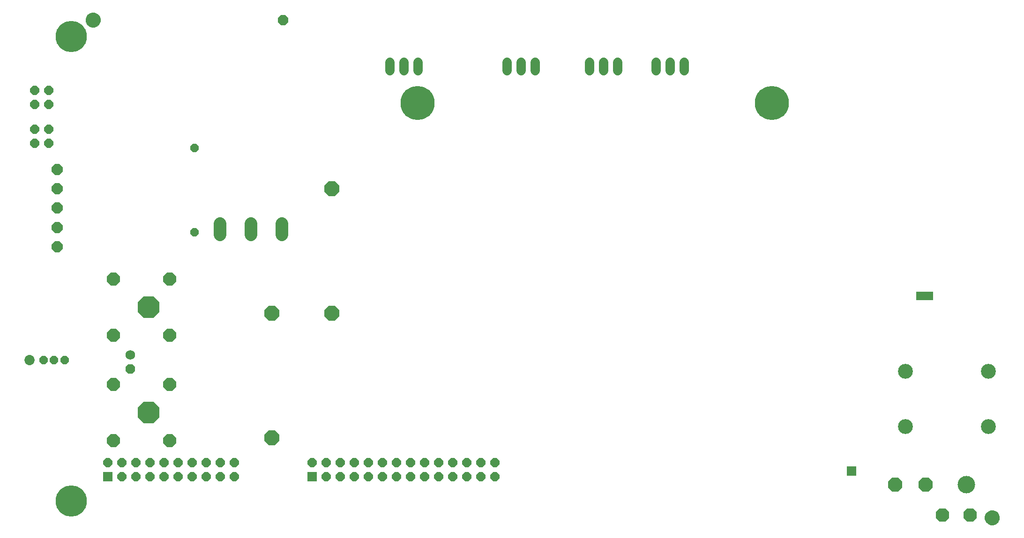
<source format=gbs>
G75*
%MOIN*%
%OFA0B0*%
%FSLAX25Y25*%
%IPPOS*%
%LPD*%
%AMOC8*
5,1,8,0,0,1.08239X$1,22.5*
%
%ADD10R,0.12000X0.06000*%
%ADD11R,0.06500X0.06500*%
%ADD12C,0.06600*%
%ADD13OC8,0.07687*%
%ADD14OC8,0.09200*%
%ADD15OC8,0.15600*%
%ADD16C,0.13198*%
%ADD17OC8,0.06506*%
%ADD18C,0.08850*%
%ADD19OC8,0.05915*%
%ADD20C,0.07293*%
%ADD21OC8,0.06000*%
%ADD22OC8,0.10600*%
%ADD23R,0.06506X0.06506*%
%ADD24OC8,0.10293*%
%ADD25C,0.12411*%
%ADD26C,0.00500*%
%ADD27OC8,0.06900*%
%ADD28C,0.06900*%
%ADD29OC8,0.09655*%
%ADD30C,0.10600*%
%ADD31OC8,0.07096*%
%ADD32C,0.24222*%
%ADD33C,0.22254*%
D10*
X0737314Y0243612D03*
D11*
X0685314Y0119112D03*
D12*
X0566314Y0403862D02*
X0566314Y0409862D01*
X0556314Y0409862D02*
X0556314Y0403862D01*
X0546314Y0403862D02*
X0546314Y0409862D01*
X0518814Y0409862D02*
X0518814Y0403862D01*
X0508814Y0403862D02*
X0508814Y0409862D01*
X0498814Y0409862D02*
X0498814Y0403862D01*
X0460314Y0403862D02*
X0460314Y0409862D01*
X0450314Y0409862D02*
X0450314Y0403862D01*
X0440314Y0403862D02*
X0440314Y0409862D01*
X0376814Y0409862D02*
X0376814Y0403862D01*
X0366814Y0403862D02*
X0366814Y0409862D01*
X0356814Y0409862D02*
X0356814Y0403862D01*
D13*
X0120278Y0333736D03*
X0120278Y0319957D03*
X0120278Y0306177D03*
X0120278Y0292398D03*
X0120278Y0278618D03*
D14*
X0160199Y0255508D03*
X0200199Y0255508D03*
X0200199Y0215508D03*
X0160199Y0215508D03*
X0160199Y0180508D03*
X0200199Y0180508D03*
X0200199Y0140508D03*
X0160199Y0140508D03*
D15*
X0185239Y0160508D03*
X0185239Y0235508D03*
D16*
X0130121Y0097516D03*
X0130121Y0428224D03*
D17*
X0114255Y0389917D03*
X0104255Y0389917D03*
X0104255Y0379917D03*
X0114255Y0379917D03*
X0114255Y0362358D03*
X0104255Y0362358D03*
X0104255Y0352358D03*
X0114255Y0352358D03*
X0156262Y0125075D03*
X0166262Y0125075D03*
X0176262Y0125075D03*
X0186262Y0125075D03*
X0196262Y0125075D03*
X0196262Y0115075D03*
X0186262Y0115075D03*
X0176262Y0115075D03*
X0166262Y0115075D03*
X0206262Y0115075D03*
X0216262Y0115075D03*
X0226262Y0115075D03*
X0236262Y0115075D03*
X0246262Y0115075D03*
X0246262Y0125075D03*
X0236262Y0125075D03*
X0226262Y0125075D03*
X0216262Y0125075D03*
X0206262Y0125075D03*
X0301459Y0125075D03*
X0311459Y0125075D03*
X0311459Y0115075D03*
X0321459Y0115075D03*
X0331459Y0115075D03*
X0341459Y0115075D03*
X0351459Y0115075D03*
X0361459Y0115075D03*
X0361459Y0125075D03*
X0351459Y0125075D03*
X0341459Y0125075D03*
X0331459Y0125075D03*
X0321459Y0125075D03*
X0371459Y0125075D03*
X0381459Y0125075D03*
X0391459Y0125075D03*
X0401459Y0125075D03*
X0411459Y0125075D03*
X0411459Y0115075D03*
X0401459Y0115075D03*
X0391459Y0115075D03*
X0381459Y0115075D03*
X0371459Y0115075D03*
X0421459Y0115075D03*
X0431459Y0115075D03*
X0431459Y0125075D03*
X0421459Y0125075D03*
D18*
X0280064Y0287237D02*
X0280064Y0295487D01*
X0258064Y0295487D02*
X0258064Y0287237D01*
X0236064Y0287237D02*
X0236064Y0295487D01*
D19*
X0125593Y0197909D03*
X0118093Y0197909D03*
X0110593Y0197909D03*
D20*
X0100593Y0197909D03*
D21*
X0217814Y0288862D03*
X0217814Y0348862D03*
D22*
X0315564Y0319904D03*
X0315564Y0231321D03*
X0272814Y0231404D03*
X0272814Y0142821D03*
D23*
X0301459Y0115075D03*
X0156262Y0115075D03*
D24*
X0716388Y0109327D03*
X0738042Y0109327D03*
D25*
X0766782Y0109327D03*
D26*
X0782104Y0089535D02*
X0782818Y0090035D01*
X0783607Y0090403D01*
X0784449Y0090629D01*
X0785318Y0090705D01*
X0786186Y0090629D01*
X0787028Y0090403D01*
X0787818Y0090035D01*
X0788532Y0089535D01*
X0789148Y0088919D01*
X0789648Y0088205D01*
X0790016Y0087415D01*
X0790242Y0086573D01*
X0790318Y0085705D01*
X0790242Y0084836D01*
X0790016Y0083995D01*
X0789648Y0083205D01*
X0789148Y0082491D01*
X0788532Y0081875D01*
X0787818Y0081375D01*
X0787028Y0081006D01*
X0786186Y0080781D01*
X0785318Y0080705D01*
X0784449Y0080781D01*
X0783607Y0081006D01*
X0782818Y0081375D01*
X0782104Y0081875D01*
X0781487Y0082491D01*
X0780987Y0083205D01*
X0780619Y0083995D01*
X0780394Y0084836D01*
X0780394Y0084835D02*
X0790241Y0084835D01*
X0790285Y0085334D02*
X0780350Y0085334D01*
X0780318Y0085705D02*
X0780394Y0086573D01*
X0780619Y0087415D01*
X0780987Y0088205D01*
X0781487Y0088919D01*
X0782104Y0089535D01*
X0781891Y0089322D02*
X0788744Y0089322D01*
X0789214Y0088823D02*
X0781421Y0088823D01*
X0781072Y0088325D02*
X0789563Y0088325D01*
X0789824Y0087826D02*
X0780811Y0087826D01*
X0780596Y0087328D02*
X0790039Y0087328D01*
X0790173Y0086829D02*
X0780462Y0086829D01*
X0780372Y0086331D02*
X0790263Y0086331D01*
X0790306Y0085832D02*
X0780329Y0085832D01*
X0780318Y0085705D02*
X0780394Y0084836D01*
X0780527Y0084337D02*
X0790108Y0084337D01*
X0789943Y0083838D02*
X0780692Y0083838D01*
X0780924Y0083340D02*
X0789711Y0083340D01*
X0789393Y0082841D02*
X0781242Y0082841D01*
X0781635Y0082343D02*
X0789000Y0082343D01*
X0788488Y0081844D02*
X0782147Y0081844D01*
X0782879Y0081346D02*
X0787756Y0081346D01*
X0786435Y0080847D02*
X0784201Y0080847D01*
X0782511Y0089821D02*
X0788124Y0089821D01*
X0787208Y0090319D02*
X0783427Y0090319D01*
X0150199Y0437535D02*
X0149699Y0436821D01*
X0149083Y0436205D01*
X0148369Y0435705D01*
X0147579Y0435337D01*
X0146737Y0435111D01*
X0145869Y0435035D01*
X0145001Y0435111D01*
X0144159Y0435337D01*
X0143369Y0435705D01*
X0142655Y0436205D01*
X0142039Y0436821D01*
X0141539Y0437535D01*
X0141170Y0438325D01*
X0140945Y0439167D01*
X0140869Y0440035D01*
X0140945Y0440904D01*
X0141170Y0441746D01*
X0141539Y0442535D01*
X0142039Y0443249D01*
X0142655Y0443866D01*
X0143369Y0444366D01*
X0144159Y0444734D01*
X0145001Y0444959D01*
X0145869Y0445035D01*
X0146737Y0444959D01*
X0147579Y0444734D01*
X0148369Y0444366D01*
X0149083Y0443866D01*
X0149699Y0443249D01*
X0150199Y0442535D01*
X0150567Y0441746D01*
X0150793Y0440904D01*
X0150869Y0440035D01*
X0150793Y0439167D01*
X0150567Y0438325D01*
X0150199Y0437535D01*
X0150314Y0437781D02*
X0141424Y0437781D01*
X0141191Y0438280D02*
X0150546Y0438280D01*
X0150689Y0438778D02*
X0141049Y0438778D01*
X0140935Y0439277D02*
X0150802Y0439277D01*
X0150846Y0439775D02*
X0140892Y0439775D01*
X0140890Y0440274D02*
X0150848Y0440274D01*
X0150804Y0440772D02*
X0140933Y0440772D01*
X0141043Y0441271D02*
X0150694Y0441271D01*
X0150556Y0441770D02*
X0141181Y0441770D01*
X0141414Y0442268D02*
X0150324Y0442268D01*
X0150037Y0442767D02*
X0141700Y0442767D01*
X0142054Y0443265D02*
X0149683Y0443265D01*
X0149185Y0443764D02*
X0142553Y0443764D01*
X0143221Y0444262D02*
X0148517Y0444262D01*
X0147479Y0444761D02*
X0144258Y0444761D01*
X0141715Y0437283D02*
X0150022Y0437283D01*
X0149662Y0436784D02*
X0142076Y0436784D01*
X0142574Y0436286D02*
X0149163Y0436286D01*
X0148486Y0435787D02*
X0143252Y0435787D01*
X0144338Y0435289D02*
X0147399Y0435289D01*
D27*
X0172314Y0191612D03*
D28*
X0172314Y0201612D03*
D29*
X0749885Y0087673D03*
X0769570Y0087673D03*
D30*
X0782591Y0150677D03*
X0723536Y0150677D03*
X0723536Y0190047D03*
X0782591Y0190047D03*
D31*
X0280814Y0440112D03*
D32*
X0376475Y0380864D03*
X0628444Y0380864D03*
D33*
X0130121Y0097516D03*
X0130121Y0428224D03*
M02*

</source>
